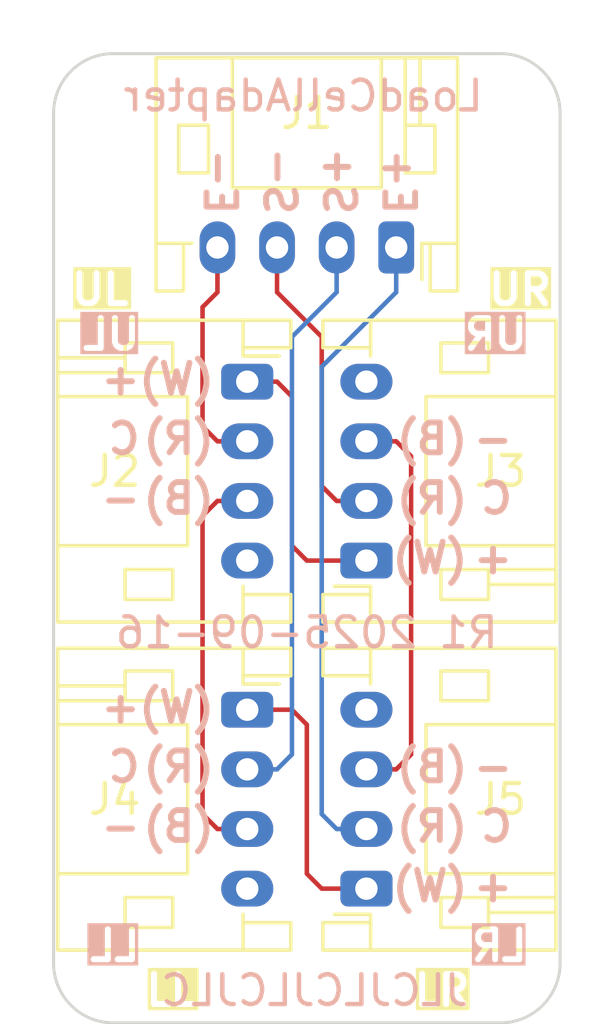
<source format=kicad_pcb>
(kicad_pcb (version 20241229) (generator "pcbnew") (generator_version "9.0")
  (title_block (title "LoadCellAdapter") (date "2025-09-16") (rev "1") (company "ravinrabbid"))
  (layers (0 "F.Cu" signal) (2 "B.Cu" signal) (13 "F.Paste" user) (15 "B.Paste" user) (5 "F.SilkS" user "F.Silkscreen") (7 "B.SilkS" user "B.Silkscreen") (1 "F.Mask" user) (3 "B.Mask" user) (25 "Edge.Cuts" user))
  (net 0 "")
  (net 1 "Net-(J1-Pin_1)")
  (net 2 "Net-(J1-Pin_2)")
  (net 3 "Net-(J1-Pin_3)")
  (net 4 "Net-(J2-Pin_1)")
  (net 5 "Net-(J2-Pin_3)")
  (net 8 "Net-(J4-Pin_1)")
  (net 11 "Net-(J1-Pin_4)")
  (net 12 "Net-(J3-Pin_3)")
  (footprint "Connector_JST:JST_PH_S4B-PH-K_1x04_P2.00mm_Horizontal" (layer "F.Cu") (at 109 85 90)
    (property "Reference" "J3" (at 3 4.5 180) (layer "F.SilkS"))
    (property "Value" "Upper Right")
    (fp_line (start 8.06 -1.46) (end 7.14 -1.46) (stroke (width 0.12)) (layer "F.SilkS"))
    (fp_line (start 7.14 -1.46) (end 7.14 0.14) (stroke (width 0.12)) (layer "F.SilkS"))
    (fp_line (start -1.14 -1.46) (end -2.06 -1.46) (stroke (width 0.12)) (layer "F.SilkS"))
    (fp_line (start -2.06 -1.46) (end -2.06 6.36) (stroke (width 0.12)) (layer "F.SilkS"))
    (fp_line (start 8.06 0.14) (end 7.14 0.14) (stroke (width 0.12)) (layer "F.SilkS"))
    (fp_line (start 7.14 0.14) (end 6.86 0.14) (stroke (width 0.12)) (layer "F.SilkS"))
    (fp_line (start -0.86 0.14) (end -0.86 -1.075) (stroke (width 0.12)) (layer "F.SilkS"))
    (fp_line (start -0.86 0.14) (end -1.14 0.14) (stroke (width 0.12)) (layer "F.SilkS"))
    (fp_line (start -1.14 0.14) (end -1.14 -1.46) (stroke (width 0.12)) (layer "F.SilkS"))
    (fp_line (start -2.06 0.14) (end -1.14 0.14) (stroke (width 0.12)) (layer "F.SilkS"))
    (fp_line (start 5.5 2) (end 5.5 6.36) (stroke (width 0.12)) (layer "F.SilkS"))
    (fp_line (start 0.5 2) (end 5.5 2) (stroke (width 0.12)) (layer "F.SilkS"))
    (fp_line (start 7.3 2.5) (end 7.3 4.1) (stroke (width 0.12)) (layer "F.SilkS"))
    (fp_line (start 6.3 2.5) (end 7.3 2.5) (stroke (width 0.12)) (layer "F.SilkS"))
    (fp_line (start -0.3 2.5) (end -1.3 2.5) (stroke (width 0.12)) (layer "F.SilkS"))
    (fp_line (start -1.3 2.5) (end -1.3 4.1) (stroke (width 0.12)) (layer "F.SilkS"))
    (fp_line (start 7.3 4.1) (end 6.3 4.1) (stroke (width 0.12)) (layer "F.SilkS"))
    (fp_line (start 6.3 4.1) (end 6.3 2.5) (stroke (width 0.12)) (layer "F.SilkS"))
    (fp_line (start -0.3 4.1) (end -0.3 2.5) (stroke (width 0.12)) (layer "F.SilkS"))
    (fp_line (start -0.3 4.1) (end -0.3 6.36) (stroke (width 0.12)) (layer "F.SilkS"))
    (fp_line (start -0.8 4.1) (end -0.8 6.36) (stroke (width 0.12)) (layer "F.SilkS"))
    (fp_line (start -1.3 4.1) (end -0.3 4.1) (stroke (width 0.12)) (layer "F.SilkS"))
    (fp_line (start 8.06 6.36) (end 8.06 -1.46) (stroke (width 0.12)) (layer "F.SilkS"))
    (fp_line (start 0.5 6.36) (end 0.5 2) (stroke (width 0.12)) (layer "F.SilkS"))
    (fp_line (start -2.06 6.36) (end 8.06 6.36) (stroke (width 0.12)) (layer "F.SilkS"))
    (pad "1" thru_hole roundrect (at 0 0 90) (size 1.2 1.75) (drill 0.75) (layers "*.Cu" "*.Mask") (roundrect_rratio 0.208333) (net 4 "Net-(J2-Pin_1)"))
    (pad "2" thru_hole oval (at 2 0 90) (size 1.2 1.75) (drill 0.75) (layers "*.Cu" "*.Mask") (net 3 "Net-(J1-Pin_3)"))
    (pad "3" thru_hole oval (at 4 0 90) (size 1.2 1.75) (drill 0.75) (layers "*.Cu" "*.Mask") (net 12 "Net-(J3-Pin_3)"))
    (pad "4" thru_hole oval (at 6 0 90) (size 1.2 1.75) (drill 0.75) (layers "*.Cu" "*.Mask"))
  )
  (footprint "Connector_JST:JST_PH_S4B-PH-K_1x04_P2.00mm_Horizontal" (layer "F.Cu") (at 105 90 -90)
    (property "Reference" "J4" (at 3 4.45 0) (layer "F.SilkS"))
    (property "Value" "Lower Left")
    (fp_line (start -2.06 6.36) (end 8.06 6.36) (stroke (width 0.12)) (layer "F.SilkS"))
    (fp_line (start 0.5 6.36) (end 0.5 2) (stroke (width 0.12)) (layer "F.SilkS"))
    (fp_line (start 8.06 6.36) (end 8.06 -1.46) (stroke (width 0.12)) (layer "F.SilkS"))
    (fp_line (start -1.3 4.1) (end -0.3 4.1) (stroke (width 0.12)) (layer "F.SilkS"))
    (fp_line (start -0.8 4.1) (end -0.8 6.36) (stroke (width 0.12)) (layer "F.SilkS"))
    (fp_line (start -0.3 4.1) (end -0.3 6.36) (stroke (width 0.12)) (layer "F.SilkS"))
    (fp_line (start -0.3 4.1) (end -0.3 2.5) (stroke (width 0.12)) (layer "F.SilkS"))
    (fp_line (start 6.3 4.1) (end 6.3 2.5) (stroke (width 0.12)) (layer "F.SilkS"))
    (fp_line (start 7.3 4.1) (end 6.3 4.1) (stroke (width 0.12)) (layer "F.SilkS"))
    (fp_line (start -1.3 2.5) (end -1.3 4.1) (stroke (width 0.12)) (layer "F.SilkS"))
    (fp_line (start -0.3 2.5) (end -1.3 2.5) (stroke (width 0.12)) (layer "F.SilkS"))
    (fp_line (start 6.3 2.5) (end 7.3 2.5) (stroke (width 0.12)) (layer "F.SilkS"))
    (fp_line (start 7.3 2.5) (end 7.3 4.1) (stroke (width 0.12)) (layer "F.SilkS"))
    (fp_line (start 0.5 2) (end 5.5 2) (stroke (width 0.12)) (layer "F.SilkS"))
    (fp_line (start 5.5 2) (end 5.5 6.36) (stroke (width 0.12)) (layer "F.SilkS"))
    (fp_line (start -2.06 0.14) (end -1.14 0.14) (stroke (width 0.12)) (layer "F.SilkS"))
    (fp_line (start -1.14 0.14) (end -1.14 -1.46) (stroke (width 0.12)) (layer "F.SilkS"))
    (fp_line (start -0.86 0.14) (end -1.14 0.14) (stroke (width 0.12)) (layer "F.SilkS"))
    (fp_line (start -0.86 0.14) (end -0.86 -1.075) (stroke (width 0.12)) (layer "F.SilkS"))
    (fp_line (start 7.14 0.14) (end 6.86 0.14) (stroke (width 0.12)) (layer "F.SilkS"))
    (fp_line (start 8.06 0.14) (end 7.14 0.14) (stroke (width 0.12)) (layer "F.SilkS"))
    (fp_line (start -2.06 -1.46) (end -2.06 6.36) (stroke (width 0.12)) (layer "F.SilkS"))
    (fp_line (start -1.14 -1.46) (end -2.06 -1.46) (stroke (width 0.12)) (layer "F.SilkS"))
    (fp_line (start 7.14 -1.46) (end 7.14 0.14) (stroke (width 0.12)) (layer "F.SilkS"))
    (fp_line (start 8.06 -1.46) (end 7.14 -1.46) (stroke (width 0.12)) (layer "F.SilkS"))
    (pad "1" thru_hole roundrect (at 0 0 270) (size 1.2 1.75) (drill 0.75) (layers "*.Cu" "*.Mask") (roundrect_rratio 0.208333) (net 8 "Net-(J4-Pin_1)"))
    (pad "2" thru_hole oval (at 2 0 270) (size 1.2 1.75) (drill 0.75) (layers "*.Cu" "*.Mask") (net 2 "Net-(J1-Pin_2)"))
    (pad "3" thru_hole oval (at 4 0 270) (size 1.2 1.75) (drill 0.75) (layers "*.Cu" "*.Mask") (net 5 "Net-(J2-Pin_3)"))
    (pad "4" thru_hole oval (at 6 0 270) (size 1.2 1.75) (drill 0.75) (layers "*.Cu" "*.Mask"))
  )
  (footprint "Connector_JST:JST_PH_S4B-PH-K_1x04_P2.00mm_Horizontal" (layer "F.Cu") (at 110 74.5 180)
    (property "Reference" "J1" (at 3 4.5 0) (layer "F.SilkS"))
    (property "Value" "Out")
    (fp_line (start 8.06 6.36) (end 8.06 -1.46) (stroke (width 0.12)) (layer "F.SilkS"))
    (fp_line (start 8.06 0.14) (end 7.14 0.14) (stroke (width 0.12)) (layer "F.SilkS"))
    (fp_line (start 8.06 -1.46) (end 7.14 -1.46) (stroke (width 0.12)) (layer "F.SilkS"))
    (fp_line (start 7.3 4.1) (end 6.3 4.1) (stroke (width 0.12)) (layer "F.SilkS"))
    (fp_line (start 7.3 2.5) (end 7.3 4.1) (stroke (width 0.12)) (layer "F.SilkS"))
    (fp_line (start 7.14 0.14) (end 6.86 0.14) (stroke (width 0.12)) (layer "F.SilkS"))
    (fp_line (start 7.14 -1.46) (end 7.14 0.14) (stroke (width 0.12)) (layer "F.SilkS"))
    (fp_line (start 6.3 4.1) (end 6.3 2.5) (stroke (width 0.12)) (layer "F.SilkS"))
    (fp_line (start 6.3 2.5) (end 7.3 2.5) (stroke (width 0.12)) (layer "F.SilkS"))
    (fp_line (start 5.5 2) (end 5.5 6.36) (stroke (width 0.12)) (layer "F.SilkS"))
    (fp_line (start 0.5 6.36) (end 0.5 2) (stroke (width 0.12)) (layer "F.SilkS"))
    (fp_line (start 0.5 2) (end 5.5 2) (stroke (width 0.12)) (layer "F.SilkS"))
    (fp_line (start -0.3 4.1) (end -0.3 6.36) (stroke (width 0.12)) (layer "F.SilkS"))
    (fp_line (start -0.3 4.1) (end -0.3 2.5) (stroke (width 0.12)) (layer "F.SilkS"))
    (fp_line (start -0.3 2.5) (end -1.3 2.5) (stroke (width 0.12)) (layer "F.SilkS"))
    (fp_line (start -0.8 4.1) (end -0.8 6.36) (stroke (width 0.12)) (layer "F.SilkS"))
    (fp_line (start -0.86 0.14) (end -0.86 -1.075) (stroke (width 0.12)) (layer "F.SilkS"))
    (fp_line (start -0.86 0.14) (end -1.14 0.14) (stroke (width 0.12)) (layer "F.SilkS"))
    (fp_line (start -1.14 0.14) (end -1.14 -1.46) (stroke (width 0.12)) (layer "F.SilkS"))
    (fp_line (start -1.14 -1.46) (end -2.06 -1.46) (stroke (width 0.12)) (layer "F.SilkS"))
    (fp_line (start -1.3 4.1) (end -0.3 4.1) (stroke (width 0.12)) (layer "F.SilkS"))
    (fp_line (start -1.3 2.5) (end -1.3 4.1) (stroke (width 0.12)) (layer "F.SilkS"))
    (fp_line (start -2.06 6.36) (end 8.06 6.36) (stroke (width 0.12)) (layer "F.SilkS"))
    (fp_line (start -2.06 0.14) (end -1.14 0.14) (stroke (width 0.12)) (layer "F.SilkS"))
    (fp_line (start -2.06 -1.46) (end -2.06 6.36) (stroke (width 0.12)) (layer "F.SilkS"))
    (pad "1" thru_hole roundrect (at 0 0 180) (size 1.2 1.75) (drill 0.75) (layers "*.Cu" "*.Mask") (roundrect_rratio 0.208333) (net 1 "Net-(J1-Pin_1)"))
    (pad "2" thru_hole oval (at 2 0 180) (size 1.2 1.75) (drill 0.75) (layers "*.Cu" "*.Mask") (net 2 "Net-(J1-Pin_2)"))
    (pad "3" thru_hole oval (at 4 0 180) (size 1.2 1.75) (drill 0.75) (layers "*.Cu" "*.Mask") (net 3 "Net-(J1-Pin_3)"))
    (pad "4" thru_hole oval (at 6 0 180) (size 1.2 1.75) (drill 0.75) (layers "*.Cu" "*.Mask") (net 11 "Net-(J1-Pin_4)"))
  )
  (footprint "Connector_JST:JST_PH_S4B-PH-K_1x04_P2.00mm_Horizontal" (layer "F.Cu") (at 109 96 90)
    (property "Reference" "J5" (at 3 4.5 180) (layer "F.SilkS"))
    (property "Value" "Lower Right")
    (fp_line (start 8.06 -1.46) (end 7.14 -1.46) (stroke (width 0.12)) (layer "F.SilkS"))
    (fp_line (start 7.14 -1.46) (end 7.14 0.14) (stroke (width 0.12)) (layer "F.SilkS"))
    (fp_line (start -1.14 -1.46) (end -2.06 -1.46) (stroke (width 0.12)) (layer "F.SilkS"))
    (fp_line (start -2.06 -1.46) (end -2.06 6.36) (stroke (width 0.12)) (layer "F.SilkS"))
    (fp_line (start 8.06 0.14) (end 7.14 0.14) (stroke (width 0.12)) (layer "F.SilkS"))
    (fp_line (start 7.14 0.14) (end 6.86 0.14) (stroke (width 0.12)) (layer "F.SilkS"))
    (fp_line (start -0.86 0.14) (end -0.86 -1.075) (stroke (width 0.12)) (layer "F.SilkS"))
    (fp_line (start -0.86 0.14) (end -1.14 0.14) (stroke (width 0.12)) (layer "F.SilkS"))
    (fp_line (start -1.14 0.14) (end -1.14 -1.46) (stroke (width 0.12)) (layer "F.SilkS"))
    (fp_line (start -2.06 0.14) (end -1.14 0.14) (stroke (width 0.12)) (layer "F.SilkS"))
    (fp_line (start 5.5 2) (end 5.5 6.36) (stroke (width 0.12)) (layer "F.SilkS"))
    (fp_line (start 0.5 2) (end 5.5 2) (stroke (width 0.12)) (layer "F.SilkS"))
    (fp_line (start 7.3 2.5) (end 7.3 4.1) (stroke (width 0.12)) (layer "F.SilkS"))
    (fp_line (start 6.3 2.5) (end 7.3 2.5) (stroke (width 0.12)) (layer "F.SilkS"))
    (fp_line (start -0.3 2.5) (end -1.3 2.5) (stroke (width 0.12)) (layer "F.SilkS"))
    (fp_line (start -1.3 2.5) (end -1.3 4.1) (stroke (width 0.12)) (layer "F.SilkS"))
    (fp_line (start 7.3 4.1) (end 6.3 4.1) (stroke (width 0.12)) (layer "F.SilkS"))
    (fp_line (start 6.3 4.1) (end 6.3 2.5) (stroke (width 0.12)) (layer "F.SilkS"))
    (fp_line (start -0.3 4.1) (end -0.3 2.5) (stroke (width 0.12)) (layer "F.SilkS"))
    (fp_line (start -0.3 4.1) (end -0.3 6.36) (stroke (width 0.12)) (layer "F.SilkS"))
    (fp_line (start -0.8 4.1) (end -0.8 6.36) (stroke (width 0.12)) (layer "F.SilkS"))
    (fp_line (start -1.3 4.1) (end -0.3 4.1) (stroke (width 0.12)) (layer "F.SilkS"))
    (fp_line (start 8.06 6.36) (end 8.06 -1.46) (stroke (width 0.12)) (layer "F.SilkS"))
    (fp_line (start 0.5 6.36) (end 0.5 2) (stroke (width 0.12)) (layer "F.SilkS"))
    (fp_line (start -2.06 6.36) (end 8.06 6.36) (stroke (width 0.12)) (layer "F.SilkS"))
    (pad "1" thru_hole roundrect (at 0 0 90) (size 1.2 1.75) (drill 0.75) (layers "*.Cu" "*.Mask") (roundrect_rratio 0.208333) (net 8 "Net-(J4-Pin_1)"))
    (pad "2" thru_hole oval (at 2 0 90) (size 1.2 1.75) (drill 0.75) (layers "*.Cu" "*.Mask") (net 1 "Net-(J1-Pin_1)"))
    (pad "3" thru_hole oval (at 4 0 90) (size 1.2 1.75) (drill 0.75) (layers "*.Cu" "*.Mask") (net 12 "Net-(J3-Pin_3)"))
    (pad "4" thru_hole oval (at 6 0 90) (size 1.2 1.75) (drill 0.75) (layers "*.Cu" "*.Mask"))
  )
  (footprint "Connector_JST:JST_PH_S4B-PH-K_1x04_P2.00mm_Horizontal" (layer "F.Cu") (at 105 79 -90)
    (property "Reference" "J2" (at 3 4.45 180) (layer "F.SilkS"))
    (property "Value" "Upper Left")
    (fp_line (start -2.06 6.36) (end 8.06 6.36) (stroke (width 0.12)) (layer "F.SilkS"))
    (fp_line (start 0.5 6.36) (end 0.5 2) (stroke (width 0.12)) (layer "F.SilkS"))
    (fp_line (start 8.06 6.36) (end 8.06 -1.46) (stroke (width 0.12)) (layer "F.SilkS"))
    (fp_line (start -1.3 4.1) (end -0.3 4.1) (stroke (width 0.12)) (layer "F.SilkS"))
    (fp_line (start -0.8 4.1) (end -0.8 6.36) (stroke (width 0.12)) (layer "F.SilkS"))
    (fp_line (start -0.3 4.1) (end -0.3 6.36) (stroke (width 0.12)) (layer "F.SilkS"))
    (fp_line (start -0.3 4.1) (end -0.3 2.5) (stroke (width 0.12)) (layer "F.SilkS"))
    (fp_line (start 6.3 4.1) (end 6.3 2.5) (stroke (width 0.12)) (layer "F.SilkS"))
    (fp_line (start 7.3 4.1) (end 6.3 4.1) (stroke (width 0.12)) (layer "F.SilkS"))
    (fp_line (start -1.3 2.5) (end -1.3 4.1) (stroke (width 0.12)) (layer "F.SilkS"))
    (fp_line (start -0.3 2.5) (end -1.3 2.5) (stroke (width 0.12)) (layer "F.SilkS"))
    (fp_line (start 6.3 2.5) (end 7.3 2.5) (stroke (width 0.12)) (layer "F.SilkS"))
    (fp_line (start 7.3 2.5) (end 7.3 4.1) (stroke (width 0.12)) (layer "F.SilkS"))
    (fp_line (start 0.5 2) (end 5.5 2) (stroke (width 0.12)) (layer "F.SilkS"))
    (fp_line (start 5.5 2) (end 5.5 6.36) (stroke (width 0.12)) (layer "F.SilkS"))
    (fp_line (start -2.06 0.14) (end -1.14 0.14) (stroke (width 0.12)) (layer "F.SilkS"))
    (fp_line (start -1.14 0.14) (end -1.14 -1.46) (stroke (width 0.12)) (layer "F.SilkS"))
    (fp_line (start -0.86 0.14) (end -1.14 0.14) (stroke (width 0.12)) (layer "F.SilkS"))
    (fp_line (start -0.86 0.14) (end -0.86 -1.075) (stroke (width 0.12)) (layer "F.SilkS"))
    (fp_line (start 7.14 0.14) (end 6.86 0.14) (stroke (width 0.12)) (layer "F.SilkS"))
    (fp_line (start 8.06 0.14) (end 7.14 0.14) (stroke (width 0.12)) (layer "F.SilkS"))
    (fp_line (start -2.06 -1.46) (end -2.06 6.36) (stroke (width 0.12)) (layer "F.SilkS"))
    (fp_line (start -1.14 -1.46) (end -2.06 -1.46) (stroke (width 0.12)) (layer "F.SilkS"))
    (fp_line (start 7.14 -1.46) (end 7.14 0.14) (stroke (width 0.12)) (layer "F.SilkS"))
    (fp_line (start 8.06 -1.46) (end 7.14 -1.46) (stroke (width 0.12)) (layer "F.SilkS"))
    (pad "1" thru_hole roundrect (at 0 0 270) (size 1.2 1.75) (drill 0.75) (layers "*.Cu" "*.Mask") (roundrect_rratio 0.208333) (net 4 "Net-(J2-Pin_1)"))
    (pad "2" thru_hole oval (at 2 0 270) (size 1.2 1.75) (drill 0.75) (layers "*.Cu" "*.Mask") (net 11 "Net-(J1-Pin_4)"))
    (pad "3" thru_hole oval (at 4 0 270) (size 1.2 1.75) (drill 0.75) (layers "*.Cu" "*.Mask") (net 5 "Net-(J2-Pin_3)"))
    (pad "4" thru_hole oval (at 6 0 270) (size 1.2 1.75) (drill 0.75) (layers "*.Cu" "*.Mask"))
  )
  (gr_arc (start 98.5 70) (mid 99.085786 68.585786) (end 100.5 68) (stroke (width 0.1)) (layer "Edge.Cuts"))
  (gr_line (start 100.5 68) (end 113.5 68) (stroke (width 0.1)) (layer "Edge.Cuts"))
  (gr_arc (start 113.5 68) (mid 114.914214 68.585786) (end 115.5 70) (stroke (width 0.1)) (layer "Edge.Cuts"))
  (gr_arc (start 100.5 100.5) (mid 99.085786 99.914214) (end 98.5 98.5) (stroke (width 0.1)) (layer "Edge.Cuts"))
  (gr_line (start 113.5 100.5) (end 100.5 100.5) (stroke (width 0.1)) (layer "Edge.Cuts"))
  (gr_arc (start 115.5 98.5) (mid 114.914214 99.914214) (end 113.5 100.5) (stroke (width 0.1)) (layer "Edge.Cuts"))
  (gr_line (start 98.5 98.5) (end 98.5 70) (stroke (width 0.1)) (layer "Edge.Cuts"))
  (gr_line (start 115.5 70) (end 115.5 98.5) (stroke (width 0.1)) (layer "Edge.Cuts"))
  (gr_text "UL" (at 99 76.5 0) (layer "F.SilkS" knockout) (effects (font (size 1 1) (thickness 0.2) (bold yes)) (justify left bottom)))
  (gr_text "LL\n" (at 101.5 100 0) (layer "F.SilkS" knockout) (effects (font (size 1 1) (thickness 0.2) (bold yes)) (justify left bottom)))
  (gr_text "LR" (at 110.5 100 0) (layer "F.SilkS" knockout) (effects (font (size 1 1) (thickness 0.2) (bold yes)) (justify left bottom)))
  (gr_text "UR" (at 113 76.5 0) (layer "F.SilkS" knockout) (effects (font (size 1 1) (thickness 0.2) (bold yes)) (justify left bottom)))
  (gr_text "${TITLE}" (at 113 70 0) (layer "B.SilkS") (effects (font (size 1 1)) (justify left bottom mirror)))
  (gr_text "E+" (at 109.5 73.5 270) (layer "B.SilkS") (effects (font (size 1 1) (thickness 0.2) (bold yes)) (justify left bottom mirror)))
  (gr_text "+" (at 101.5 79.5 0) (layer "B.SilkS") (effects (font (size 1 1) (thickness 0.2) (bold yes)) (justify left bottom mirror)))
  (gr_text "C" (at 114 83.5 0) (layer "B.SilkS") (effects (font (size 1 1) (thickness 0.2) (bold yes)) (justify left bottom mirror)))
  (gr_text "LR" (at 114.5 98.5 0) (layer "B.SilkS" knockout) (effects (font (size 1 1) (thickness 0.2) (bold yes)) (justify left bottom mirror)))
  (gr_text "+" (at 101.5 90.5 0) (layer "B.SilkS") (effects (font (size 1 1) (thickness 0.2) (bold yes)) (justify left bottom mirror)))
  (gr_text "R${REVISION} ${ISSUE_DATE}" (at 113.5 88 0) (layer "B.SilkS") (effects (font (size 1 1)) (justify left bottom mirror)))
  (gr_text "(B)" (at 104 83.5 0) (layer "B.SilkS") (effects (font (size 1 1) (thickness 0.2) (bold yes)) (justify left bottom mirror)))
  (gr_text "(R)" (at 112.5 94.5 0) (layer "B.SilkS") (effects (font (size 1 1) (thickness 0.2) (bold yes)) (justify left bottom mirror)))
  (gr_text "C" (at 114 94.5 0) (layer "B.SilkS") (effects (font (size 1 1) (thickness 0.2) (bold yes)) (justify left bottom mirror)))
  (gr_text "(W)" (at 112.5 96.5 0) (layer "B.SilkS") (effects (font (size 1 1) (thickness 0.2) (bold yes)) (justify left bottom mirror)))
  (gr_text "(R)" (at 104 81.5 0) (layer "B.SilkS") (effects (font (size 1 1) (thickness 0.2) (bold yes)) (justify left bottom mirror)))
  (gr_text "JLCJLCJLCJLC" (at 112.5 100 -0) (layer "B.SilkS") (effects (font (size 1 1)) (justify left bottom mirror)))
  (gr_text "-" (at 101.5 94.5 0) (layer "B.SilkS") (effects (font (size 1 1) (thickness 0.2) (bold yes)) (justify left bottom mirror)))
  (gr_text "LL" (at 101.5 98.5 0) (layer "B.SilkS" knockout) (effects (font (size 1 1) (thickness 0.2) (bold yes)) (justify left bottom mirror)))
  (gr_text "+" (at 114 96.5 0) (layer "B.SilkS") (effects (font (size 1 1) (thickness 0.2) (bold yes)) (justify left bottom mirror)))
  (gr_text "C" (at 101.5 92.5 0) (layer "B.SilkS") (effects (font (size 1 1) (thickness 0.2) (bold yes)) (justify left bottom mirror)))
  (gr_text "C" (at 101.5 81.5 0) (layer "B.SilkS") (effects (font (size 1 1) (thickness 0.2) (bold yes)) (justify left bottom mirror)))
  (gr_text "-" (at 101.5 83.5 0) (layer "B.SilkS") (effects (font (size 1 1) (thickness 0.2) (bold yes)) (justify left bottom mirror)))
  (gr_text "E-" (at 103.5 73.5 270) (layer "B.SilkS") (effects (font (size 1 1) (thickness 0.2) (bold yes)) (justify left bottom mirror)))
  (gr_text "(W)" (at 112.5 85.5 0) (layer "B.SilkS") (effects (font (size 1 1) (thickness 0.2) (bold yes)) (justify left bottom mirror)))
  (gr_text "S-" (at 105.5 73.5 270) (layer "B.SilkS") (effects (font (size 1 1) (thickness 0.2) (bold yes)) (justify left bottom mirror)))
  (gr_text "UL" (at 101.5 78 0) (layer "B.SilkS" knockout) (effects (font (size 1 1) (thickness 0.2) (bold yes)) (justify left bottom mirror)))
  (gr_text "+" (at 114 85.5 0) (layer "B.SilkS") (effects (font (size 1 1) (thickness 0.2) (bold yes)) (justify left bottom mirror)))
  (gr_text "UR" (at 114.5 78 0) (layer "B.SilkS" knockout) (effects (font (size 1 1) (thickness 0.2) (bold yes)) (justify left bottom mirror)))
  (gr_text "-" (at 114 92.5 0) (layer "B.SilkS") (effects (font (size 1 1) (thickness 0.2) (bold yes)) (justify left bottom mirror)))
  (gr_text "(B)" (at 104 94.5 0) (layer "B.SilkS") (effects (font (size 1 1) (thickness 0.2) (bold yes)) (justify left bottom mirror)))
  (gr_text "(R)" (at 104 92.5 0) (layer "B.SilkS") (effects (font (size 1 1) (thickness 0.2) (bold yes)) (justify left bottom mirror)))
  (gr_text "(B)" (at 112.5 92.5 0) (layer "B.SilkS") (effects (font (size 1 1) (thickness 0.2) (bold yes)) (justify left bottom mirror)))
  (gr_text "S+" (at 107.5 73.5 270) (layer "B.SilkS") (effects (font (size 1 1) (thickness 0.2) (bold yes)) (justify left bottom mirror)))
  (gr_text "(B)" (at 112.5 81.5 0) (layer "B.SilkS") (effects (font (size 1 1) (thickness 0.2) (bold yes)) (justify left bottom mirror)))
  (gr_text "(W)" (at 104 90.5 0) (layer "B.SilkS") (effects (font (size 1 1) (thickness 0.2) (bold yes)) (justify left bottom mirror)))
  (gr_text "(W)" (at 104 79.5 0) (layer "B.SilkS") (effects (font (size 1 1) (thickness 0.2) (bold yes)) (justify left bottom mirror)))
  (gr_text "-" (at 114 81.5 0) (layer "B.SilkS") (effects (font (size 1 1) (thickness 0.2) (bold yes)) (justify left bottom mirror)))
  (gr_text "(R)" (at 112.5 83.5 0) (layer "B.SilkS") (effects (font (size 1 1) (thickness 0.2) (bold yes)) (justify left bottom mirror)))
  (segment (start 107.5 78.5) (end 110 76) (width 0.1524) (layer "B.Cu") (net 1))
  (segment (start 110 76) (end 110 74.5) (width 0.1524) (layer "B.Cu") (net 1))
  (segment (start 109 94) (end 108 94) (width 0.1524) (layer "B.Cu") (net 1))
  (segment (start 108 94) (end 107.5 93.5) (width 0.1524) (layer "B.Cu") (net 1))
  (segment (start 107.5 93.5) (end 107.5 78.5) (width 0.1524) (layer "B.Cu") (net 1))
  (segment (start 106.5 91.5) (end 106.5 77.5) (width 0.1524) (layer "B.Cu") (net 2))
  (segment (start 106 92) (end 106.5 91.5) (width 0.1524) (layer "B.Cu") (net 2))
  (segment (start 108 76) (end 108 74.5) (width 0.1524) (layer "B.Cu") (net 2))
  (segment (start 105 92) (end 106 92) (width 0.1524) (layer "B.Cu") (net 2))
  (segment (start 106.5 77.5) (end 108 76) (width 0.1524) (layer "B.Cu") (net 2))
  (segment (start 109 83) (end 108 83) (width 0.1524) (layer "F.Cu") (net 3))
  (segment (start 106 76) (end 106 74.5) (width 0.1524) (layer "F.Cu") (net 3))
  (segment (start 107.5 77.5) (end 106 76) (width 0.1524) (layer "F.Cu") (net 3))
  (segment (start 107.5 82.5) (end 107.5 77.5) (width 0.1524) (layer "F.Cu") (net 3))
  (segment (start 108 83) (end 107.5 82.5) (width 0.1524) (layer "F.Cu") (net 3))
  (segment (start 106.5 79.5) (end 106.5 84.5) (width 0.1524) (layer "F.Cu") (net 4))
  (segment (start 107 85) (end 109 85) (width 0.1524) (layer "F.Cu") (net 4))
  (segment (start 106 79) (end 106.5 79.5) (width 0.1524) (layer "F.Cu") (net 4))
  (segment (start 105 79) (end 106 79) (width 0.1524) (layer "F.Cu") (net 4))
  (segment (start 106.5 84.5) (end 107 85) (width 0.1524) (layer "F.Cu") (net 4))
  (segment (start 104 83) (end 105 83) (width 0.1524) (layer "F.Cu") (net 5))
  (segment (start 105 94) (end 104 94) (width 0.1524) (layer "F.Cu") (net 5))
  (segment (start 104 94) (end 103.5 93.5) (width 0.1524) (layer "F.Cu") (net 5))
  (segment (start 103.5 93.5) (end 103.5 83.5) (width 0.1524) (layer "F.Cu") (net 5))
  (segment (start 103.5 83.5) (end 104 83) (width 0.1524) (layer "F.Cu") (net 5))
  (segment (start 107 90.5) (end 106.5 90) (width 0.1524) (layer "F.Cu") (net 8))
  (segment (start 109 96) (end 107.5 96) (width 0.1524) (layer "F.Cu") (net 8))
  (segment (start 107.5 96) (end 107 95.5) (width 0.1524) (layer "F.Cu") (net 8))
  (segment (start 106.5 90) (end 105 90) (width 0.1524) (layer "F.Cu") (net 8))
  (segment (start 107 95.5) (end 107 90.5) (width 0.1524) (layer "F.Cu") (net 8))
  (segment (start 104 81) (end 103.5 80.5) (width 0.1524) (layer "F.Cu") (net 11))
  (segment (start 104 76) (end 104 74.5) (width 0.1524) (layer "F.Cu") (net 11))
  (segment (start 103.5 76.5) (end 104 76) (width 0.1524) (layer "F.Cu") (net 11))
  (segment (start 105 81) (end 104 81) (width 0.1524) (layer "F.Cu") (net 11))
  (segment (start 103.5 80.5) (end 103.5 76.5) (width 0.1524) (layer "F.Cu") (net 11))
  (segment (start 110 92) (end 110.5 91.5) (width 0.1524) (layer "F.Cu") (net 12))
  (segment (start 110 81) (end 109 81) (width 0.1524) (layer "F.Cu") (net 12))
  (segment (start 109 92) (end 110 92) (width 0.1524) (layer "F.Cu") (net 12))
  (segment (start 110.5 91.5) (end 110.5 81.5) (width 0.1524) (layer "F.Cu") (net 12))
  (segment (start 110.5 81.5) (end 110 81) (width 0.1524) (layer "F.Cu") (net 12))
)
</source>
